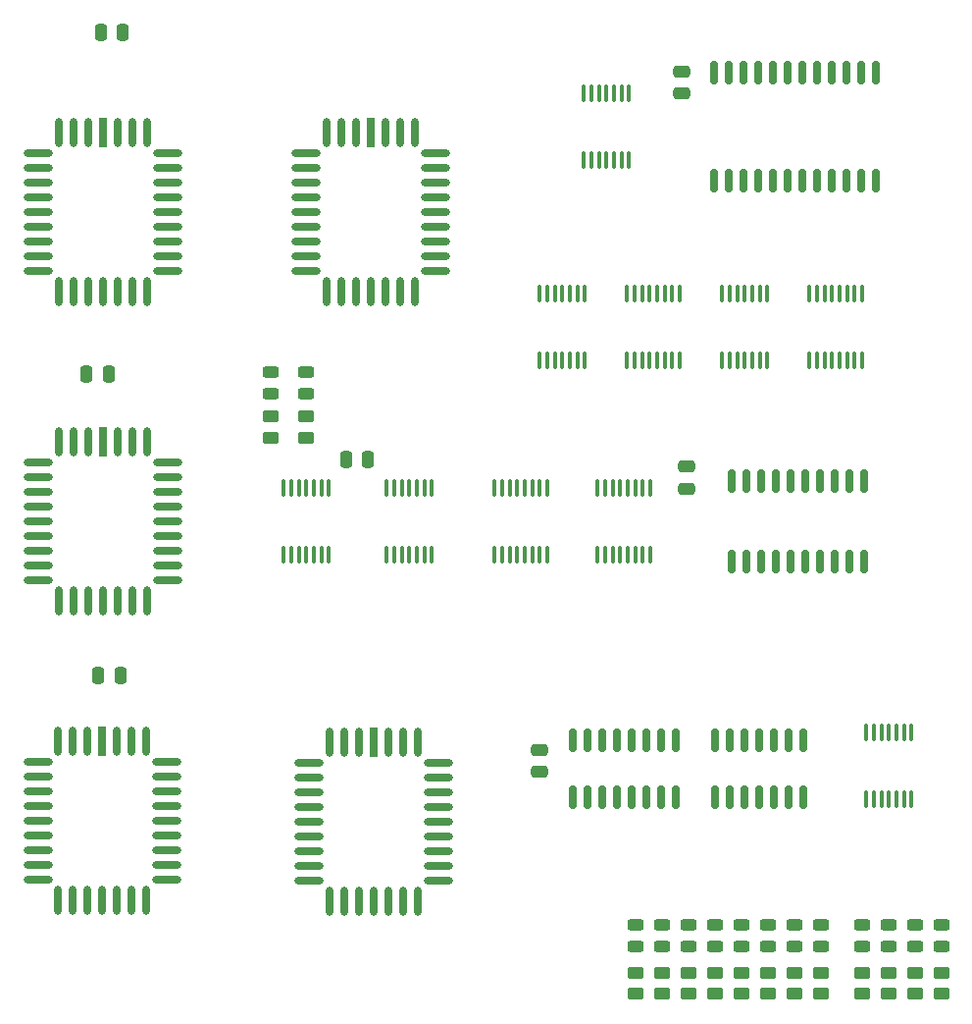
<source format=gbr>
%TF.GenerationSoftware,KiCad,Pcbnew,(6.0.0-0)*%
%TF.CreationDate,2022-02-14T22:32:36-05:00*%
%TF.ProjectId,control-unit,636f6e74-726f-46c2-9d75-6e69742e6b69,rev?*%
%TF.SameCoordinates,Original*%
%TF.FileFunction,Paste,Top*%
%TF.FilePolarity,Positive*%
%FSLAX46Y46*%
G04 Gerber Fmt 4.6, Leading zero omitted, Abs format (unit mm)*
G04 Created by KiCad (PCBNEW (6.0.0-0)) date 2022-02-14 22:32:36*
%MOMM*%
%LPD*%
G01*
G04 APERTURE LIST*
G04 Aperture macros list*
%AMRoundRect*
0 Rectangle with rounded corners*
0 $1 Rounding radius*
0 $2 $3 $4 $5 $6 $7 $8 $9 X,Y pos of 4 corners*
0 Add a 4 corners polygon primitive as box body*
4,1,4,$2,$3,$4,$5,$6,$7,$8,$9,$2,$3,0*
0 Add four circle primitives for the rounded corners*
1,1,$1+$1,$2,$3*
1,1,$1+$1,$4,$5*
1,1,$1+$1,$6,$7*
1,1,$1+$1,$8,$9*
0 Add four rect primitives between the rounded corners*
20,1,$1+$1,$2,$3,$4,$5,0*
20,1,$1+$1,$4,$5,$6,$7,0*
20,1,$1+$1,$6,$7,$8,$9,0*
20,1,$1+$1,$8,$9,$2,$3,0*%
G04 Aperture macros list end*
%ADD10RoundRect,0.150000X0.150000X-0.875000X0.150000X0.875000X-0.150000X0.875000X-0.150000X-0.875000X0*%
%ADD11RoundRect,0.243750X0.456250X-0.243750X0.456250X0.243750X-0.456250X0.243750X-0.456250X-0.243750X0*%
%ADD12R,0.644962X2.535553*%
%ADD13RoundRect,0.322481X0.000000X-0.945295X0.000000X-0.945295X0.000000X0.945295X0.000000X0.945295X0*%
%ADD14RoundRect,0.322481X-0.945295X0.000000X0.945295X0.000000X0.945295X0.000000X-0.945295X0.000000X0*%
%ADD15RoundRect,0.250000X0.250000X0.475000X-0.250000X0.475000X-0.250000X-0.475000X0.250000X-0.475000X0*%
%ADD16RoundRect,0.250000X-0.450000X0.262500X-0.450000X-0.262500X0.450000X-0.262500X0.450000X0.262500X0*%
%ADD17RoundRect,0.250000X-0.475000X0.250000X-0.475000X-0.250000X0.475000X-0.250000X0.475000X0.250000X0*%
%ADD18RoundRect,0.100000X0.100000X-0.637500X0.100000X0.637500X-0.100000X0.637500X-0.100000X-0.637500X0*%
%ADD19RoundRect,0.150000X0.150000X-0.825000X0.150000X0.825000X-0.150000X0.825000X-0.150000X-0.825000X0*%
%ADD20RoundRect,0.250000X-0.250000X-0.475000X0.250000X-0.475000X0.250000X0.475000X-0.250000X0.475000X0*%
%ADD21RoundRect,0.150000X0.150000X-0.837500X0.150000X0.837500X-0.150000X0.837500X-0.150000X-0.837500X0*%
G04 APERTURE END LIST*
D10*
%TO.C,U8*%
X157861000Y-77548000D03*
X159131000Y-77548000D03*
X160401000Y-77548000D03*
X161671000Y-77548000D03*
X162941000Y-77548000D03*
X164211000Y-77548000D03*
X165481000Y-77548000D03*
X166751000Y-77548000D03*
X168021000Y-77548000D03*
X169291000Y-77548000D03*
X170561000Y-77548000D03*
X171831000Y-77548000D03*
X171831000Y-68248000D03*
X170561000Y-68248000D03*
X169291000Y-68248000D03*
X168021000Y-68248000D03*
X166751000Y-68248000D03*
X165481000Y-68248000D03*
X164211000Y-68248000D03*
X162941000Y-68248000D03*
X161671000Y-68248000D03*
X160401000Y-68248000D03*
X159131000Y-68248000D03*
X157861000Y-68248000D03*
%TD*%
D11*
%TO.C,D13*%
X119634000Y-95933500D03*
X119634000Y-94058500D03*
%TD*%
%TO.C,D4*%
X177498151Y-143607000D03*
X177498151Y-141732000D03*
%TD*%
D12*
%TO.C,U14*%
X105156000Y-73406000D03*
D13*
X103886000Y-73406000D03*
X102616000Y-73406000D03*
X101346000Y-73406000D03*
D14*
X99582448Y-75169552D03*
X99582448Y-76439552D03*
X99582448Y-77709552D03*
X99582448Y-78979552D03*
X99582448Y-80249552D03*
X99582448Y-81519552D03*
X99582448Y-82789552D03*
X99582448Y-84059552D03*
X99582448Y-85329552D03*
D13*
X101346000Y-87093105D03*
X102616000Y-87093105D03*
X103886000Y-87093105D03*
X105156000Y-87093105D03*
X106426000Y-87093105D03*
X107696000Y-87093105D03*
X108966000Y-87093105D03*
D14*
X110729553Y-85329552D03*
X110729553Y-84059552D03*
X110729553Y-82789552D03*
X110729553Y-81519552D03*
X110729553Y-80249552D03*
X110729553Y-78979552D03*
X110729553Y-77709552D03*
X110729553Y-76439552D03*
X110729553Y-75169552D03*
D13*
X108966000Y-73406000D03*
X107696000Y-73406000D03*
X106426000Y-73406000D03*
%TD*%
D15*
%TO.C,C5*%
X106868000Y-64770000D03*
X104968000Y-64770000D03*
%TD*%
D16*
%TO.C,R4*%
X177498151Y-145821000D03*
X177498151Y-147646000D03*
%TD*%
D17*
%TO.C,C7*%
X155546000Y-102192000D03*
X155546000Y-104092000D03*
%TD*%
D11*
%TO.C,D5*%
X151082151Y-143607000D03*
X151082151Y-141732000D03*
%TD*%
D18*
%TO.C,U5*%
X138949000Y-109796500D03*
X139599000Y-109796500D03*
X140249000Y-109796500D03*
X140899000Y-109796500D03*
X141549000Y-109796500D03*
X142199000Y-109796500D03*
X142849000Y-109796500D03*
X143499000Y-109796500D03*
X143499000Y-104071500D03*
X142849000Y-104071500D03*
X142199000Y-104071500D03*
X141549000Y-104071500D03*
X140899000Y-104071500D03*
X140249000Y-104071500D03*
X139599000Y-104071500D03*
X138949000Y-104071500D03*
%TD*%
D11*
%TO.C,D1*%
X170640151Y-143607000D03*
X170640151Y-141732000D03*
%TD*%
D16*
%TO.C,R8*%
X157940151Y-145821000D03*
X157940151Y-147646000D03*
%TD*%
%TO.C,R7*%
X155654151Y-145821000D03*
X155654151Y-147646000D03*
%TD*%
D18*
%TO.C,U13*%
X150379000Y-93032500D03*
X151029000Y-93032500D03*
X151679000Y-93032500D03*
X152329000Y-93032500D03*
X152979000Y-93032500D03*
X153629000Y-93032500D03*
X154279000Y-93032500D03*
X154929000Y-93032500D03*
X154929000Y-87307500D03*
X154279000Y-87307500D03*
X153629000Y-87307500D03*
X152979000Y-87307500D03*
X152329000Y-87307500D03*
X151679000Y-87307500D03*
X151029000Y-87307500D03*
X150379000Y-87307500D03*
%TD*%
D11*
%TO.C,D6*%
X153368151Y-143607000D03*
X153368151Y-141732000D03*
%TD*%
D12*
%TO.C,U6*%
X128270000Y-73406000D03*
D13*
X127000000Y-73406000D03*
X125730000Y-73406000D03*
X124460000Y-73406000D03*
D14*
X122696448Y-75169552D03*
X122696448Y-76439552D03*
X122696448Y-77709552D03*
X122696448Y-78979552D03*
X122696448Y-80249552D03*
X122696448Y-81519552D03*
X122696448Y-82789552D03*
X122696448Y-84059552D03*
X122696448Y-85329552D03*
D13*
X124460000Y-87093105D03*
X125730000Y-87093105D03*
X127000000Y-87093105D03*
X128270000Y-87093105D03*
X129540000Y-87093105D03*
X130810000Y-87093105D03*
X132080000Y-87093105D03*
D14*
X133843553Y-85329552D03*
X133843553Y-84059552D03*
X133843553Y-82789552D03*
X133843553Y-81519552D03*
X133843553Y-80249552D03*
X133843553Y-78979552D03*
X133843553Y-77709552D03*
X133843553Y-76439552D03*
X133843553Y-75169552D03*
D13*
X132080000Y-73406000D03*
X130810000Y-73406000D03*
X129540000Y-73406000D03*
%TD*%
D16*
%TO.C,R13*%
X119634000Y-97893500D03*
X119634000Y-99718500D03*
%TD*%
D11*
%TO.C,D9*%
X160226151Y-143607000D03*
X160226151Y-141732000D03*
%TD*%
D18*
%TO.C,U4*%
X171024000Y-130878500D03*
X171674000Y-130878500D03*
X172324000Y-130878500D03*
X172974000Y-130878500D03*
X173624000Y-130878500D03*
X174274000Y-130878500D03*
X174924000Y-130878500D03*
X174924000Y-125153500D03*
X174274000Y-125153500D03*
X173624000Y-125153500D03*
X172974000Y-125153500D03*
X172324000Y-125153500D03*
X171674000Y-125153500D03*
X171024000Y-125153500D03*
%TD*%
D11*
%TO.C,D2*%
X172926151Y-143607000D03*
X172926151Y-141732000D03*
%TD*%
%TO.C,D12*%
X167084151Y-143607000D03*
X167084151Y-141732000D03*
%TD*%
D16*
%TO.C,R14*%
X122674000Y-97893500D03*
X122674000Y-99718500D03*
%TD*%
D18*
%TO.C,U19*%
X129622000Y-109796500D03*
X130272000Y-109796500D03*
X130922000Y-109796500D03*
X131572000Y-109796500D03*
X132222000Y-109796500D03*
X132872000Y-109796500D03*
X133522000Y-109796500D03*
X133522000Y-104071500D03*
X132872000Y-104071500D03*
X132222000Y-104071500D03*
X131572000Y-104071500D03*
X130922000Y-104071500D03*
X130272000Y-104071500D03*
X129622000Y-104071500D03*
%TD*%
%TO.C,U17*%
X142830000Y-93032500D03*
X143480000Y-93032500D03*
X144130000Y-93032500D03*
X144780000Y-93032500D03*
X145430000Y-93032500D03*
X146080000Y-93032500D03*
X146730000Y-93032500D03*
X146730000Y-87307500D03*
X146080000Y-87307500D03*
X145430000Y-87307500D03*
X144780000Y-87307500D03*
X144130000Y-87307500D03*
X143480000Y-87307500D03*
X142830000Y-87307500D03*
%TD*%
D11*
%TO.C,D10*%
X162512151Y-143607000D03*
X162512151Y-141732000D03*
%TD*%
D18*
%TO.C,U16*%
X146640000Y-75760500D03*
X147290000Y-75760500D03*
X147940000Y-75760500D03*
X148590000Y-75760500D03*
X149240000Y-75760500D03*
X149890000Y-75760500D03*
X150540000Y-75760500D03*
X150540000Y-70035500D03*
X149890000Y-70035500D03*
X149240000Y-70035500D03*
X148590000Y-70035500D03*
X147940000Y-70035500D03*
X147290000Y-70035500D03*
X146640000Y-70035500D03*
%TD*%
D17*
%TO.C,C2*%
X142846000Y-126612000D03*
X142846000Y-128512000D03*
%TD*%
D19*
%TO.C,U2*%
X157988000Y-130745000D03*
X159258000Y-130745000D03*
X160528000Y-130745000D03*
X161798000Y-130745000D03*
X163068000Y-130745000D03*
X164338000Y-130745000D03*
X165608000Y-130745000D03*
X165608000Y-125795000D03*
X164338000Y-125795000D03*
X163068000Y-125795000D03*
X161798000Y-125795000D03*
X160528000Y-125795000D03*
X159258000Y-125795000D03*
X157988000Y-125795000D03*
%TD*%
D11*
%TO.C,D11*%
X164798151Y-143607000D03*
X164798151Y-141732000D03*
%TD*%
D19*
%TO.C,U1*%
X145669000Y-130745000D03*
X146939000Y-130745000D03*
X148209000Y-130745000D03*
X149479000Y-130745000D03*
X150749000Y-130745000D03*
X152019000Y-130745000D03*
X153289000Y-130745000D03*
X154559000Y-130745000D03*
X154559000Y-125795000D03*
X153289000Y-125795000D03*
X152019000Y-125795000D03*
X150749000Y-125795000D03*
X149479000Y-125795000D03*
X148209000Y-125795000D03*
X146939000Y-125795000D03*
X145669000Y-125795000D03*
%TD*%
D11*
%TO.C,D14*%
X122682000Y-95933500D03*
X122682000Y-94058500D03*
%TD*%
D12*
%TO.C,U12*%
X105156000Y-100090448D03*
D13*
X103886000Y-100090448D03*
X102616000Y-100090448D03*
X101346000Y-100090448D03*
D14*
X99582448Y-101854000D03*
X99582448Y-103124000D03*
X99582448Y-104394000D03*
X99582448Y-105664000D03*
X99582448Y-106934000D03*
X99582448Y-108204000D03*
X99582448Y-109474000D03*
X99582448Y-110744000D03*
X99582448Y-112014000D03*
D13*
X101346000Y-113777553D03*
X102616000Y-113777553D03*
X103886000Y-113777553D03*
X105156000Y-113777553D03*
X106426000Y-113777553D03*
X107696000Y-113777553D03*
X108966000Y-113777553D03*
D14*
X110729553Y-112014000D03*
X110729553Y-110744000D03*
X110729553Y-109474000D03*
X110729553Y-108204000D03*
X110729553Y-106934000D03*
X110729553Y-105664000D03*
X110729553Y-104394000D03*
X110729553Y-103124000D03*
X110729553Y-101854000D03*
D13*
X108966000Y-100090448D03*
X107696000Y-100090448D03*
X106426000Y-100090448D03*
%TD*%
D17*
%TO.C,C4*%
X155126000Y-68132000D03*
X155126000Y-70032000D03*
%TD*%
D16*
%TO.C,R11*%
X164798151Y-145821000D03*
X164798151Y-147646000D03*
%TD*%
D20*
%TO.C,C1*%
X103706000Y-94172000D03*
X105606000Y-94172000D03*
%TD*%
D16*
%TO.C,R9*%
X160226151Y-145821000D03*
X160226151Y-147646000D03*
%TD*%
%TO.C,R10*%
X162512151Y-145821000D03*
X162512151Y-147646000D03*
%TD*%
%TO.C,R3*%
X175212151Y-145821000D03*
X175212151Y-147646000D03*
%TD*%
D18*
%TO.C,U10*%
X120732000Y-109796500D03*
X121382000Y-109796500D03*
X122032000Y-109796500D03*
X122682000Y-109796500D03*
X123332000Y-109796500D03*
X123982000Y-109796500D03*
X124632000Y-109796500D03*
X124632000Y-104071500D03*
X123982000Y-104071500D03*
X123332000Y-104071500D03*
X122682000Y-104071500D03*
X122032000Y-104071500D03*
X121382000Y-104071500D03*
X120732000Y-104071500D03*
%TD*%
D12*
%TO.C,U15*%
X128524000Y-125998448D03*
D13*
X127254000Y-125998448D03*
X125984000Y-125998448D03*
X124714000Y-125998448D03*
D14*
X122950448Y-127762000D03*
X122950448Y-129032000D03*
X122950448Y-130302000D03*
X122950448Y-131572000D03*
X122950448Y-132842000D03*
X122950448Y-134112000D03*
X122950448Y-135382000D03*
X122950448Y-136652000D03*
X122950448Y-137922000D03*
D13*
X124714000Y-139685553D03*
X125984000Y-139685553D03*
X127254000Y-139685553D03*
X128524000Y-139685553D03*
X129794000Y-139685553D03*
X131064000Y-139685553D03*
X132334000Y-139685553D03*
D14*
X134097553Y-137922000D03*
X134097553Y-136652000D03*
X134097553Y-135382000D03*
X134097553Y-134112000D03*
X134097553Y-132842000D03*
X134097553Y-131572000D03*
X134097553Y-130302000D03*
X134097553Y-129032000D03*
X134097553Y-127762000D03*
D13*
X132334000Y-125998448D03*
X131064000Y-125998448D03*
X129794000Y-125998448D03*
%TD*%
D16*
%TO.C,R2*%
X172926151Y-145821000D03*
X172926151Y-147646000D03*
%TD*%
%TO.C,R12*%
X167084151Y-145821000D03*
X167084151Y-147646000D03*
%TD*%
D15*
%TO.C,C6*%
X106626000Y-120172000D03*
X104726000Y-120172000D03*
%TD*%
D16*
%TO.C,R6*%
X153368151Y-145821000D03*
X153368151Y-147646000D03*
%TD*%
D18*
%TO.C,U3*%
X147839000Y-109796500D03*
X148489000Y-109796500D03*
X149139000Y-109796500D03*
X149789000Y-109796500D03*
X150439000Y-109796500D03*
X151089000Y-109796500D03*
X151739000Y-109796500D03*
X152389000Y-109796500D03*
X152389000Y-104071500D03*
X151739000Y-104071500D03*
X151089000Y-104071500D03*
X150439000Y-104071500D03*
X149789000Y-104071500D03*
X149139000Y-104071500D03*
X148489000Y-104071500D03*
X147839000Y-104071500D03*
%TD*%
%TO.C,U9*%
X158578000Y-93032500D03*
X159228000Y-93032500D03*
X159878000Y-93032500D03*
X160528000Y-93032500D03*
X161178000Y-93032500D03*
X161828000Y-93032500D03*
X162478000Y-93032500D03*
X162478000Y-87307500D03*
X161828000Y-87307500D03*
X161178000Y-87307500D03*
X160528000Y-87307500D03*
X159878000Y-87307500D03*
X159228000Y-87307500D03*
X158578000Y-87307500D03*
%TD*%
D16*
%TO.C,R5*%
X151082151Y-145821000D03*
X151082151Y-147646000D03*
%TD*%
D15*
%TO.C,C3*%
X128026000Y-101602000D03*
X126126000Y-101602000D03*
%TD*%
D11*
%TO.C,D3*%
X175212151Y-143607000D03*
X175212151Y-141732000D03*
%TD*%
%TO.C,D8*%
X157940151Y-143607000D03*
X157940151Y-141732000D03*
%TD*%
D18*
%TO.C,U7*%
X166127000Y-93032500D03*
X166777000Y-93032500D03*
X167427000Y-93032500D03*
X168077000Y-93032500D03*
X168727000Y-93032500D03*
X169377000Y-93032500D03*
X170027000Y-93032500D03*
X170677000Y-93032500D03*
X170677000Y-87307500D03*
X170027000Y-87307500D03*
X169377000Y-87307500D03*
X168727000Y-87307500D03*
X168077000Y-87307500D03*
X167427000Y-87307500D03*
X166777000Y-87307500D03*
X166127000Y-87307500D03*
%TD*%
D12*
%TO.C,U11*%
X105087000Y-125918448D03*
D13*
X103817000Y-125918448D03*
X102547000Y-125918448D03*
X101277000Y-125918448D03*
D14*
X99513448Y-127682000D03*
X99513448Y-128952000D03*
X99513448Y-130222000D03*
X99513448Y-131492000D03*
X99513448Y-132762000D03*
X99513448Y-134032000D03*
X99513448Y-135302000D03*
X99513448Y-136572000D03*
X99513448Y-137842000D03*
D13*
X101277000Y-139605553D03*
X102547000Y-139605553D03*
X103817000Y-139605553D03*
X105087000Y-139605553D03*
X106357000Y-139605553D03*
X107627000Y-139605553D03*
X108897000Y-139605553D03*
D14*
X110660553Y-137842000D03*
X110660553Y-136572000D03*
X110660553Y-135302000D03*
X110660553Y-134032000D03*
X110660553Y-132762000D03*
X110660553Y-131492000D03*
X110660553Y-130222000D03*
X110660553Y-128952000D03*
X110660553Y-127682000D03*
D13*
X108897000Y-125918448D03*
X107627000Y-125918448D03*
X106357000Y-125918448D03*
%TD*%
D21*
%TO.C,U18*%
X159385000Y-110396500D03*
X160655000Y-110396500D03*
X161925000Y-110396500D03*
X163195000Y-110396500D03*
X164465000Y-110396500D03*
X165735000Y-110396500D03*
X167005000Y-110396500D03*
X168275000Y-110396500D03*
X169545000Y-110396500D03*
X170815000Y-110396500D03*
X170815000Y-103471500D03*
X169545000Y-103471500D03*
X168275000Y-103471500D03*
X167005000Y-103471500D03*
X165735000Y-103471500D03*
X164465000Y-103471500D03*
X163195000Y-103471500D03*
X161925000Y-103471500D03*
X160655000Y-103471500D03*
X159385000Y-103471500D03*
%TD*%
D16*
%TO.C,R1*%
X170640151Y-145821000D03*
X170640151Y-147646000D03*
%TD*%
D11*
%TO.C,D7*%
X155654151Y-143607000D03*
X155654151Y-141732000D03*
%TD*%
M02*

</source>
